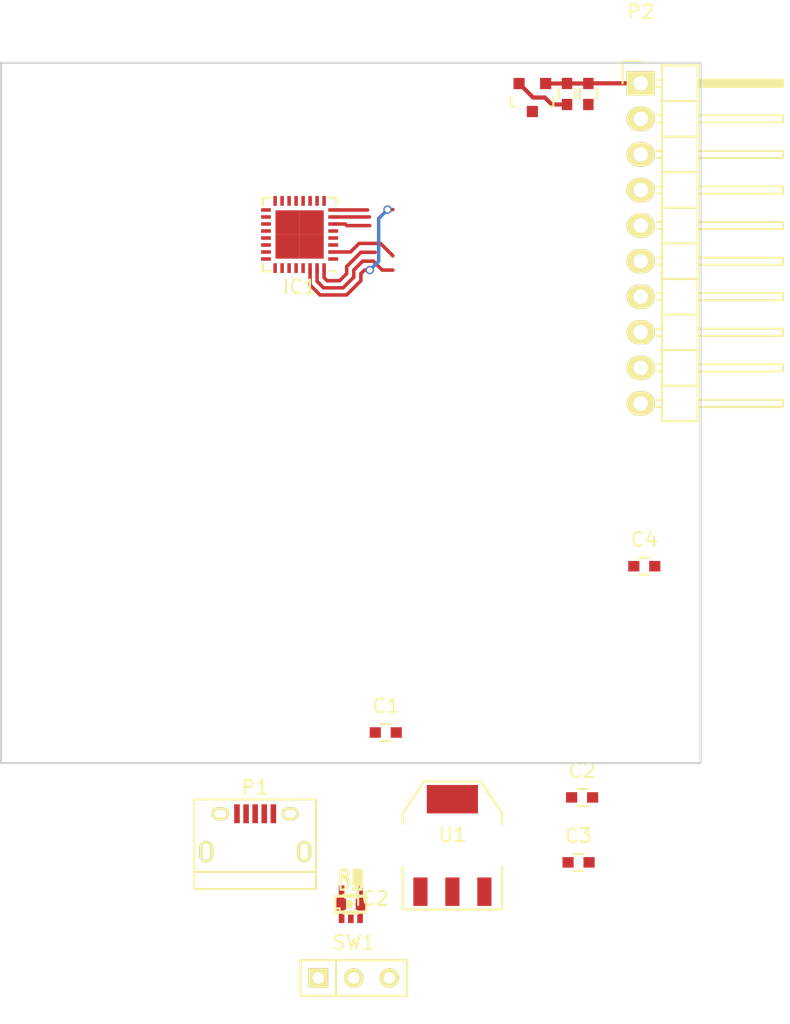
<source format=kicad_pcb>
(kicad_pcb (version 4) (host pcbnew 4.0.2+e4-6225~38~ubuntu14.04.1-stable)

  (general
    (links 63)
    (no_connects 50)
    (area 19.924999 19.924999 70.075001 70.075001)
    (thickness 1.6)
    (drawings 4)
    (tracks 51)
    (zones 0)
    (modules 26)
    (nets 41)
  )

  (page A4)
  (layers
    (0 F.Cu signal)
    (31 B.Cu signal)
    (32 B.Adhes user)
    (33 F.Adhes user)
    (34 B.Paste user)
    (35 F.Paste user)
    (36 B.SilkS user)
    (37 F.SilkS user)
    (38 B.Mask user)
    (39 F.Mask user)
    (40 Dwgs.User user)
    (41 Cmts.User user)
    (42 Eco1.User user)
    (43 Eco2.User user)
    (44 Edge.Cuts user)
    (45 Margin user)
    (46 B.CrtYd user)
    (47 F.CrtYd user)
    (48 B.Fab user)
    (49 F.Fab user)
  )

  (setup
    (last_trace_width 0.25)
    (user_trace_width 0.2)
    (user_trace_width 0.3)
    (user_trace_width 0.4)
    (user_trace_width 0.5)
    (user_trace_width 0.8)
    (user_trace_width 1)
    (trace_clearance 0.2)
    (zone_clearance 0.508)
    (zone_45_only no)
    (trace_min 0.2)
    (segment_width 0.2)
    (edge_width 0.15)
    (via_size 0.6)
    (via_drill 0.4)
    (via_min_size 0.4)
    (via_min_drill 0.3)
    (uvia_size 0.3)
    (uvia_drill 0.1)
    (uvias_allowed no)
    (uvia_min_size 0.2)
    (uvia_min_drill 0.1)
    (pcb_text_width 0.3)
    (pcb_text_size 1.5 1.5)
    (mod_edge_width 0.15)
    (mod_text_size 1 1)
    (mod_text_width 0.15)
    (pad_size 1.524 1.524)
    (pad_drill 0.762)
    (pad_to_mask_clearance 0.2)
    (aux_axis_origin 0 0)
    (visible_elements FFFFFF7F)
    (pcbplotparams
      (layerselection 0x00030_80000001)
      (usegerberextensions false)
      (excludeedgelayer true)
      (linewidth 0.100000)
      (plotframeref false)
      (viasonmask false)
      (mode 1)
      (useauxorigin false)
      (hpglpennumber 1)
      (hpglpenspeed 20)
      (hpglpendiameter 15)
      (hpglpenoverlay 2)
      (psnegative false)
      (psa4output false)
      (plotreference true)
      (plotvalue true)
      (plotinvisibletext false)
      (padsonsilk false)
      (subtractmaskfromsilk false)
      (outputformat 1)
      (mirror false)
      (drillshape 1)
      (scaleselection 1)
      (outputdirectory ""))
  )

  (net 0 "")
  (net 1 "Net-(C1-Pad1)")
  (net 2 GND)
  (net 3 +5V)
  (net 4 /PWROUT)
  (net 5 "Net-(C5-Pad2)")
  (net 6 /VCCIO)
  (net 7 "Net-(D1-Pad1)")
  (net 8 "Net-(D2-Pad1)")
  (net 9 "Net-(D3-Pad1)")
  (net 10 "Net-(D4-Pad2)")
  (net 11 "Net-(D4-Pad1)")
  (net 12 "Net-(D5-Pad2)")
  (net 13 "Net-(IC1-Pad2)")
  (net 14 "Net-(IC1-Pad3)")
  (net 15 "Net-(IC1-Pad5)")
  (net 16 "Net-(IC1-Pad6)")
  (net 17 "Net-(IC1-Pad7)")
  (net 18 "Net-(IC1-Pad8)")
  (net 19 "Net-(IC1-Pad9)")
  (net 20 "Net-(IC1-Pad10)")
  (net 21 /PWREN)
  (net 22 "Net-(IC1-Pad12)")
  (net 23 "Net-(IC1-Pad13)")
  (net 24 "Net-(IC1-Pad14)")
  (net 25 "Net-(IC1-Pad15)")
  (net 26 "Net-(IC1-Pad18)")
  (net 27 /RXLED)
  (net 28 /TXLED)
  (net 29 "Net-(IC1-Pad23)")
  (net 30 "Net-(IC1-Pad25)")
  (net 31 "Net-(IC1-Pad27)")
  (net 32 "Net-(IC1-Pad28)")
  (net 33 "Net-(IC1-Pad29)")
  (net 34 "Net-(IC1-Pad30)")
  (net 35 "Net-(IC1-Pad31)")
  (net 36 "Net-(IC1-Pad32)")
  (net 37 "Net-(IC2-Pad3)")
  (net 38 "Net-(P1-Pad4)")
  (net 39 "Net-(P1-Pad6)")
  (net 40 +3V3)

  (net_class Default "This is the default net class."
    (clearance 0.2)
    (trace_width 0.25)
    (via_dia 0.6)
    (via_drill 0.4)
    (uvia_dia 0.3)
    (uvia_drill 0.1)
    (add_net +3V3)
    (add_net +5V)
    (add_net /PWREN)
    (add_net /PWROUT)
    (add_net /RXLED)
    (add_net /TXLED)
    (add_net /VCCIO)
    (add_net GND)
    (add_net "Net-(C1-Pad1)")
    (add_net "Net-(C5-Pad2)")
    (add_net "Net-(D1-Pad1)")
    (add_net "Net-(D2-Pad1)")
    (add_net "Net-(D3-Pad1)")
    (add_net "Net-(D4-Pad1)")
    (add_net "Net-(D4-Pad2)")
    (add_net "Net-(D5-Pad2)")
    (add_net "Net-(IC1-Pad10)")
    (add_net "Net-(IC1-Pad12)")
    (add_net "Net-(IC1-Pad13)")
    (add_net "Net-(IC1-Pad14)")
    (add_net "Net-(IC1-Pad15)")
    (add_net "Net-(IC1-Pad18)")
    (add_net "Net-(IC1-Pad2)")
    (add_net "Net-(IC1-Pad23)")
    (add_net "Net-(IC1-Pad25)")
    (add_net "Net-(IC1-Pad27)")
    (add_net "Net-(IC1-Pad28)")
    (add_net "Net-(IC1-Pad29)")
    (add_net "Net-(IC1-Pad3)")
    (add_net "Net-(IC1-Pad30)")
    (add_net "Net-(IC1-Pad31)")
    (add_net "Net-(IC1-Pad32)")
    (add_net "Net-(IC1-Pad5)")
    (add_net "Net-(IC1-Pad6)")
    (add_net "Net-(IC1-Pad7)")
    (add_net "Net-(IC1-Pad8)")
    (add_net "Net-(IC1-Pad9)")
    (add_net "Net-(IC2-Pad3)")
    (add_net "Net-(P1-Pad4)")
    (add_net "Net-(P1-Pad6)")
  )

  (module Capacitors_SMD:C_0603 (layer F.Cu) (tedit 5415D631) (tstamp 573F37DB)
    (at 47.498 67.818)
    (descr "Capacitor SMD 0603, reflow soldering, AVX (see smccp.pdf)")
    (tags "capacitor 0603")
    (path /573F13B7)
    (attr smd)
    (fp_text reference C1 (at 0 -1.9) (layer F.SilkS)
      (effects (font (size 1 1) (thickness 0.15)))
    )
    (fp_text value 100n (at 0 1.9) (layer F.Fab)
      (effects (font (size 1 1) (thickness 0.15)))
    )
    (fp_line (start -1.45 -0.75) (end 1.45 -0.75) (layer F.CrtYd) (width 0.05))
    (fp_line (start -1.45 0.75) (end 1.45 0.75) (layer F.CrtYd) (width 0.05))
    (fp_line (start -1.45 -0.75) (end -1.45 0.75) (layer F.CrtYd) (width 0.05))
    (fp_line (start 1.45 -0.75) (end 1.45 0.75) (layer F.CrtYd) (width 0.05))
    (fp_line (start -0.35 -0.6) (end 0.35 -0.6) (layer F.SilkS) (width 0.15))
    (fp_line (start 0.35 0.6) (end -0.35 0.6) (layer F.SilkS) (width 0.15))
    (pad 1 smd rect (at -0.75 0) (size 0.8 0.75) (layers F.Cu F.Paste F.Mask)
      (net 1 "Net-(C1-Pad1)"))
    (pad 2 smd rect (at 0.75 0) (size 0.8 0.75) (layers F.Cu F.Paste F.Mask)
      (net 2 GND))
    (model Capacitors_SMD.3dshapes/C_0603.wrl
      (at (xyz 0 0 0))
      (scale (xyz 1 1 1))
      (rotate (xyz 0 0 0))
    )
  )

  (module Capacitors_SMD:C_0603 (layer F.Cu) (tedit 5415D631) (tstamp 573F37E7)
    (at 61.5315 72.4535)
    (descr "Capacitor SMD 0603, reflow soldering, AVX (see smccp.pdf)")
    (tags "capacitor 0603")
    (path /573F14F8)
    (attr smd)
    (fp_text reference C2 (at 0 -1.9) (layer F.SilkS)
      (effects (font (size 1 1) (thickness 0.15)))
    )
    (fp_text value 10n (at 0 1.9) (layer F.Fab)
      (effects (font (size 1 1) (thickness 0.15)))
    )
    (fp_line (start -1.45 -0.75) (end 1.45 -0.75) (layer F.CrtYd) (width 0.05))
    (fp_line (start -1.45 0.75) (end 1.45 0.75) (layer F.CrtYd) (width 0.05))
    (fp_line (start -1.45 -0.75) (end -1.45 0.75) (layer F.CrtYd) (width 0.05))
    (fp_line (start 1.45 -0.75) (end 1.45 0.75) (layer F.CrtYd) (width 0.05))
    (fp_line (start -0.35 -0.6) (end 0.35 -0.6) (layer F.SilkS) (width 0.15))
    (fp_line (start 0.35 0.6) (end -0.35 0.6) (layer F.SilkS) (width 0.15))
    (pad 1 smd rect (at -0.75 0) (size 0.8 0.75) (layers F.Cu F.Paste F.Mask)
      (net 3 +5V))
    (pad 2 smd rect (at 0.75 0) (size 0.8 0.75) (layers F.Cu F.Paste F.Mask)
      (net 2 GND))
    (model Capacitors_SMD.3dshapes/C_0603.wrl
      (at (xyz 0 0 0))
      (scale (xyz 1 1 1))
      (rotate (xyz 0 0 0))
    )
  )

  (module Capacitors_SMD:C_0603 (layer F.Cu) (tedit 5415D631) (tstamp 573F37F3)
    (at 61.2775 77.089)
    (descr "Capacitor SMD 0603, reflow soldering, AVX (see smccp.pdf)")
    (tags "capacitor 0603")
    (path /573F2329)
    (attr smd)
    (fp_text reference C3 (at 0 -1.9) (layer F.SilkS)
      (effects (font (size 1 1) (thickness 0.15)))
    )
    (fp_text value 4.7u (at 0 1.9) (layer F.Fab)
      (effects (font (size 1 1) (thickness 0.15)))
    )
    (fp_line (start -1.45 -0.75) (end 1.45 -0.75) (layer F.CrtYd) (width 0.05))
    (fp_line (start -1.45 0.75) (end 1.45 0.75) (layer F.CrtYd) (width 0.05))
    (fp_line (start -1.45 -0.75) (end -1.45 0.75) (layer F.CrtYd) (width 0.05))
    (fp_line (start 1.45 -0.75) (end 1.45 0.75) (layer F.CrtYd) (width 0.05))
    (fp_line (start -0.35 -0.6) (end 0.35 -0.6) (layer F.SilkS) (width 0.15))
    (fp_line (start 0.35 0.6) (end -0.35 0.6) (layer F.SilkS) (width 0.15))
    (pad 1 smd rect (at -0.75 0) (size 0.8 0.75) (layers F.Cu F.Paste F.Mask)
      (net 3 +5V))
    (pad 2 smd rect (at 0.75 0) (size 0.8 0.75) (layers F.Cu F.Paste F.Mask)
      (net 2 GND))
    (model Capacitors_SMD.3dshapes/C_0603.wrl
      (at (xyz 0 0 0))
      (scale (xyz 1 1 1))
      (rotate (xyz 0 0 0))
    )
  )

  (module Capacitors_SMD:C_0603 (layer F.Cu) (tedit 5415D631) (tstamp 573F37FF)
    (at 65.9765 55.9435)
    (descr "Capacitor SMD 0603, reflow soldering, AVX (see smccp.pdf)")
    (tags "capacitor 0603")
    (path /573F233D)
    (attr smd)
    (fp_text reference C4 (at 0 -1.9) (layer F.SilkS)
      (effects (font (size 1 1) (thickness 0.15)))
    )
    (fp_text value 100n (at 0 1.9) (layer F.Fab)
      (effects (font (size 1 1) (thickness 0.15)))
    )
    (fp_line (start -1.45 -0.75) (end 1.45 -0.75) (layer F.CrtYd) (width 0.05))
    (fp_line (start -1.45 0.75) (end 1.45 0.75) (layer F.CrtYd) (width 0.05))
    (fp_line (start -1.45 -0.75) (end -1.45 0.75) (layer F.CrtYd) (width 0.05))
    (fp_line (start 1.45 -0.75) (end 1.45 0.75) (layer F.CrtYd) (width 0.05))
    (fp_line (start -0.35 -0.6) (end 0.35 -0.6) (layer F.SilkS) (width 0.15))
    (fp_line (start 0.35 0.6) (end -0.35 0.6) (layer F.SilkS) (width 0.15))
    (pad 1 smd rect (at -0.75 0) (size 0.8 0.75) (layers F.Cu F.Paste F.Mask)
      (net 3 +5V))
    (pad 2 smd rect (at 0.75 0) (size 0.8 0.75) (layers F.Cu F.Paste F.Mask)
      (net 2 GND))
    (model Capacitors_SMD.3dshapes/C_0603.wrl
      (at (xyz 0 0 0))
      (scale (xyz 1 1 1))
      (rotate (xyz 0 0 0))
    )
  )

  (module Capacitors_SMD:C_0603 (layer F.Cu) (tedit 573F3888) (tstamp 573F380B)
    (at 60.452 22.225 270)
    (descr "Capacitor SMD 0603, reflow soldering, AVX (see smccp.pdf)")
    (tags "capacitor 0603")
    (path /573F212F)
    (attr smd)
    (fp_text reference C5 (at 2.413 -0.127 270) (layer F.SilkS) hide
      (effects (font (size 1 1) (thickness 0.15)))
    )
    (fp_text value 100n (at 3.302 0.0635 270) (layer F.Fab)
      (effects (font (size 1 1) (thickness 0.15)))
    )
    (fp_line (start -1.45 -0.75) (end 1.45 -0.75) (layer F.CrtYd) (width 0.05))
    (fp_line (start -1.45 0.75) (end 1.45 0.75) (layer F.CrtYd) (width 0.05))
    (fp_line (start -1.45 -0.75) (end -1.45 0.75) (layer F.CrtYd) (width 0.05))
    (fp_line (start 1.45 -0.75) (end 1.45 0.75) (layer F.CrtYd) (width 0.05))
    (fp_line (start -0.35 -0.6) (end 0.35 -0.6) (layer F.SilkS) (width 0.15))
    (fp_line (start 0.35 0.6) (end -0.35 0.6) (layer F.SilkS) (width 0.15))
    (pad 1 smd rect (at -0.75 0 270) (size 0.8 0.75) (layers F.Cu F.Paste F.Mask)
      (net 4 /PWROUT))
    (pad 2 smd rect (at 0.75 0 270) (size 0.8 0.75) (layers F.Cu F.Paste F.Mask)
      (net 5 "Net-(C5-Pad2)"))
    (model Capacitors_SMD.3dshapes/C_0603.wrl
      (at (xyz 0 0 0))
      (scale (xyz 1 1 1))
      (rotate (xyz 0 0 0))
    )
  )

  (module Capacitors_SMD:C_0603 (layer F.Cu) (tedit 573F3882) (tstamp 573F3817)
    (at 61.976 22.225 270)
    (descr "Capacitor SMD 0603, reflow soldering, AVX (see smccp.pdf)")
    (tags "capacitor 0603")
    (path /573F2143)
    (attr smd)
    (fp_text reference C6 (at 0 -1.9 270) (layer F.SilkS) hide
      (effects (font (size 1 1) (thickness 0.15)))
    )
    (fp_text value 100n (at 3.302 0 270) (layer F.Fab)
      (effects (font (size 1 1) (thickness 0.15)))
    )
    (fp_line (start -1.45 -0.75) (end 1.45 -0.75) (layer F.CrtYd) (width 0.05))
    (fp_line (start -1.45 0.75) (end 1.45 0.75) (layer F.CrtYd) (width 0.05))
    (fp_line (start -1.45 -0.75) (end -1.45 0.75) (layer F.CrtYd) (width 0.05))
    (fp_line (start 1.45 -0.75) (end 1.45 0.75) (layer F.CrtYd) (width 0.05))
    (fp_line (start -0.35 -0.6) (end 0.35 -0.6) (layer F.SilkS) (width 0.15))
    (fp_line (start 0.35 0.6) (end -0.35 0.6) (layer F.SilkS) (width 0.15))
    (pad 1 smd rect (at -0.75 0 270) (size 0.8 0.75) (layers F.Cu F.Paste F.Mask)
      (net 4 /PWROUT))
    (pad 2 smd rect (at 0.75 0 270) (size 0.8 0.75) (layers F.Cu F.Paste F.Mask)
      (net 2 GND))
    (model Capacitors_SMD.3dshapes/C_0603.wrl
      (at (xyz 0 0 0))
      (scale (xyz 1 1 1))
      (rotate (xyz 0 0 0))
    )
  )

  (module LEDs:LED_0603 (layer F.Cu) (tedit 55BDE255) (tstamp 573F3828)
    (at 45 80.075001)
    (descr "LED 0603 smd package")
    (tags "LED led 0603 SMD smd SMT smt smdled SMDLED smtled SMTLED")
    (path /573F1ABF)
    (attr smd)
    (fp_text reference D1 (at 0 -1.5) (layer F.SilkS)
      (effects (font (size 1 1) (thickness 0.15)))
    )
    (fp_text value TX (at 0 1.5) (layer F.Fab)
      (effects (font (size 1 1) (thickness 0.15)))
    )
    (fp_line (start -1.1 0.55) (end 0.8 0.55) (layer F.SilkS) (width 0.15))
    (fp_line (start -1.1 -0.55) (end 0.8 -0.55) (layer F.SilkS) (width 0.15))
    (fp_line (start -0.2 0) (end 0.25 0) (layer F.SilkS) (width 0.15))
    (fp_line (start -0.25 -0.25) (end -0.25 0.25) (layer F.SilkS) (width 0.15))
    (fp_line (start -0.25 0) (end 0 -0.25) (layer F.SilkS) (width 0.15))
    (fp_line (start 0 -0.25) (end 0 0.25) (layer F.SilkS) (width 0.15))
    (fp_line (start 0 0.25) (end -0.25 0) (layer F.SilkS) (width 0.15))
    (fp_line (start 1.4 -0.75) (end 1.4 0.75) (layer F.CrtYd) (width 0.05))
    (fp_line (start 1.4 0.75) (end -1.4 0.75) (layer F.CrtYd) (width 0.05))
    (fp_line (start -1.4 0.75) (end -1.4 -0.75) (layer F.CrtYd) (width 0.05))
    (fp_line (start -1.4 -0.75) (end 1.4 -0.75) (layer F.CrtYd) (width 0.05))
    (pad 2 smd rect (at 0.7493 0 180) (size 0.79756 0.79756) (layers F.Cu F.Paste F.Mask)
      (net 6 /VCCIO))
    (pad 1 smd rect (at -0.7493 0 180) (size 0.79756 0.79756) (layers F.Cu F.Paste F.Mask)
      (net 7 "Net-(D1-Pad1)"))
    (model LEDs.3dshapes/LED_0603.wrl
      (at (xyz 0 0 0))
      (scale (xyz 1 1 1))
      (rotate (xyz 0 0 180))
    )
  )

  (module LEDs:LED_0603 (layer F.Cu) (tedit 55BDE255) (tstamp 573F3839)
    (at 45 80.075001)
    (descr "LED 0603 smd package")
    (tags "LED led 0603 SMD smd SMT smt smdled SMDLED smtled SMTLED")
    (path /573F1CDC)
    (attr smd)
    (fp_text reference D2 (at 0 -1.5) (layer F.SilkS)
      (effects (font (size 1 1) (thickness 0.15)))
    )
    (fp_text value RX (at 0 1.5) (layer F.Fab)
      (effects (font (size 1 1) (thickness 0.15)))
    )
    (fp_line (start -1.1 0.55) (end 0.8 0.55) (layer F.SilkS) (width 0.15))
    (fp_line (start -1.1 -0.55) (end 0.8 -0.55) (layer F.SilkS) (width 0.15))
    (fp_line (start -0.2 0) (end 0.25 0) (layer F.SilkS) (width 0.15))
    (fp_line (start -0.25 -0.25) (end -0.25 0.25) (layer F.SilkS) (width 0.15))
    (fp_line (start -0.25 0) (end 0 -0.25) (layer F.SilkS) (width 0.15))
    (fp_line (start 0 -0.25) (end 0 0.25) (layer F.SilkS) (width 0.15))
    (fp_line (start 0 0.25) (end -0.25 0) (layer F.SilkS) (width 0.15))
    (fp_line (start 1.4 -0.75) (end 1.4 0.75) (layer F.CrtYd) (width 0.05))
    (fp_line (start 1.4 0.75) (end -1.4 0.75) (layer F.CrtYd) (width 0.05))
    (fp_line (start -1.4 0.75) (end -1.4 -0.75) (layer F.CrtYd) (width 0.05))
    (fp_line (start -1.4 -0.75) (end 1.4 -0.75) (layer F.CrtYd) (width 0.05))
    (pad 2 smd rect (at 0.7493 0 180) (size 0.79756 0.79756) (layers F.Cu F.Paste F.Mask)
      (net 6 /VCCIO))
    (pad 1 smd rect (at -0.7493 0 180) (size 0.79756 0.79756) (layers F.Cu F.Paste F.Mask)
      (net 8 "Net-(D2-Pad1)"))
    (model LEDs.3dshapes/LED_0603.wrl
      (at (xyz 0 0 0))
      (scale (xyz 1 1 1))
      (rotate (xyz 0 0 180))
    )
  )

  (module LEDs:LED_0603 (layer F.Cu) (tedit 55BDE255) (tstamp 573F384A)
    (at 45 80.075001)
    (descr "LED 0603 smd package")
    (tags "LED led 0603 SMD smd SMT smt smdled SMDLED smtled SMTLED")
    (path /573F1C8C)
    (attr smd)
    (fp_text reference D3 (at 0 -1.5) (layer F.SilkS)
      (effects (font (size 1 1) (thickness 0.15)))
    )
    (fp_text value PWR (at 0 1.5) (layer F.Fab)
      (effects (font (size 1 1) (thickness 0.15)))
    )
    (fp_line (start -1.1 0.55) (end 0.8 0.55) (layer F.SilkS) (width 0.15))
    (fp_line (start -1.1 -0.55) (end 0.8 -0.55) (layer F.SilkS) (width 0.15))
    (fp_line (start -0.2 0) (end 0.25 0) (layer F.SilkS) (width 0.15))
    (fp_line (start -0.25 -0.25) (end -0.25 0.25) (layer F.SilkS) (width 0.15))
    (fp_line (start -0.25 0) (end 0 -0.25) (layer F.SilkS) (width 0.15))
    (fp_line (start 0 -0.25) (end 0 0.25) (layer F.SilkS) (width 0.15))
    (fp_line (start 0 0.25) (end -0.25 0) (layer F.SilkS) (width 0.15))
    (fp_line (start 1.4 -0.75) (end 1.4 0.75) (layer F.CrtYd) (width 0.05))
    (fp_line (start 1.4 0.75) (end -1.4 0.75) (layer F.CrtYd) (width 0.05))
    (fp_line (start -1.4 0.75) (end -1.4 -0.75) (layer F.CrtYd) (width 0.05))
    (fp_line (start -1.4 -0.75) (end 1.4 -0.75) (layer F.CrtYd) (width 0.05))
    (pad 2 smd rect (at 0.7493 0 180) (size 0.79756 0.79756) (layers F.Cu F.Paste F.Mask)
      (net 3 +5V))
    (pad 1 smd rect (at -0.7493 0 180) (size 0.79756 0.79756) (layers F.Cu F.Paste F.Mask)
      (net 9 "Net-(D3-Pad1)"))
    (model LEDs.3dshapes/LED_0603.wrl
      (at (xyz 0 0 0))
      (scale (xyz 1 1 1))
      (rotate (xyz 0 0 180))
    )
  )

  (module LEDs:LED_0603 (layer F.Cu) (tedit 55BDE255) (tstamp 573F385B)
    (at 45 80.075001)
    (descr "LED 0603 smd package")
    (tags "LED led 0603 SMD smd SMT smt smdled SMDLED smtled SMTLED")
    (path /573F2F94)
    (attr smd)
    (fp_text reference D4 (at 0 -1.5) (layer F.SilkS)
      (effects (font (size 1 1) (thickness 0.15)))
    )
    (fp_text value 3v3 (at 0 1.5) (layer F.Fab)
      (effects (font (size 1 1) (thickness 0.15)))
    )
    (fp_line (start -1.1 0.55) (end 0.8 0.55) (layer F.SilkS) (width 0.15))
    (fp_line (start -1.1 -0.55) (end 0.8 -0.55) (layer F.SilkS) (width 0.15))
    (fp_line (start -0.2 0) (end 0.25 0) (layer F.SilkS) (width 0.15))
    (fp_line (start -0.25 -0.25) (end -0.25 0.25) (layer F.SilkS) (width 0.15))
    (fp_line (start -0.25 0) (end 0 -0.25) (layer F.SilkS) (width 0.15))
    (fp_line (start 0 -0.25) (end 0 0.25) (layer F.SilkS) (width 0.15))
    (fp_line (start 0 0.25) (end -0.25 0) (layer F.SilkS) (width 0.15))
    (fp_line (start 1.4 -0.75) (end 1.4 0.75) (layer F.CrtYd) (width 0.05))
    (fp_line (start 1.4 0.75) (end -1.4 0.75) (layer F.CrtYd) (width 0.05))
    (fp_line (start -1.4 0.75) (end -1.4 -0.75) (layer F.CrtYd) (width 0.05))
    (fp_line (start -1.4 -0.75) (end 1.4 -0.75) (layer F.CrtYd) (width 0.05))
    (pad 2 smd rect (at 0.7493 0 180) (size 0.79756 0.79756) (layers F.Cu F.Paste F.Mask)
      (net 10 "Net-(D4-Pad2)"))
    (pad 1 smd rect (at -0.7493 0 180) (size 0.79756 0.79756) (layers F.Cu F.Paste F.Mask)
      (net 11 "Net-(D4-Pad1)"))
    (model LEDs.3dshapes/LED_0603.wrl
      (at (xyz 0 0 0))
      (scale (xyz 1 1 1))
      (rotate (xyz 0 0 180))
    )
  )

  (module LEDs:LED_0603 (layer F.Cu) (tedit 55BDE255) (tstamp 573F386C)
    (at 45 80.075001)
    (descr "LED 0603 smd package")
    (tags "LED led 0603 SMD smd SMT smt smdled SMDLED smtled SMTLED")
    (path /573F2FEE)
    (attr smd)
    (fp_text reference D5 (at 0 -1.5) (layer F.SilkS)
      (effects (font (size 1 1) (thickness 0.15)))
    )
    (fp_text value 5v (at 0 1.5) (layer F.Fab)
      (effects (font (size 1 1) (thickness 0.15)))
    )
    (fp_line (start -1.1 0.55) (end 0.8 0.55) (layer F.SilkS) (width 0.15))
    (fp_line (start -1.1 -0.55) (end 0.8 -0.55) (layer F.SilkS) (width 0.15))
    (fp_line (start -0.2 0) (end 0.25 0) (layer F.SilkS) (width 0.15))
    (fp_line (start -0.25 -0.25) (end -0.25 0.25) (layer F.SilkS) (width 0.15))
    (fp_line (start -0.25 0) (end 0 -0.25) (layer F.SilkS) (width 0.15))
    (fp_line (start 0 -0.25) (end 0 0.25) (layer F.SilkS) (width 0.15))
    (fp_line (start 0 0.25) (end -0.25 0) (layer F.SilkS) (width 0.15))
    (fp_line (start 1.4 -0.75) (end 1.4 0.75) (layer F.CrtYd) (width 0.05))
    (fp_line (start 1.4 0.75) (end -1.4 0.75) (layer F.CrtYd) (width 0.05))
    (fp_line (start -1.4 0.75) (end -1.4 -0.75) (layer F.CrtYd) (width 0.05))
    (fp_line (start -1.4 -0.75) (end 1.4 -0.75) (layer F.CrtYd) (width 0.05))
    (pad 2 smd rect (at 0.7493 0 180) (size 0.79756 0.79756) (layers F.Cu F.Paste F.Mask)
      (net 12 "Net-(D5-Pad2)"))
    (pad 1 smd rect (at -0.7493 0 180) (size 0.79756 0.79756) (layers F.Cu F.Paste F.Mask)
      (net 2 GND))
    (model LEDs.3dshapes/LED_0603.wrl
      (at (xyz 0 0 0))
      (scale (xyz 1 1 1))
      (rotate (xyz 0 0 180))
    )
  )

  (module Housings_DFN_QFN:QFN-32-1EP_5x5mm_Pitch0.5mm (layer F.Cu) (tedit 54130A77) (tstamp 573F389F)
    (at 41.3385 32.258 180)
    (descr "UH Package; 32-Lead Plastic QFN (5mm x 5mm); (see Linear Technology QFN_32_05-08-1693.pdf)")
    (tags "QFN 0.5")
    (path /573F0905)
    (attr smd)
    (fp_text reference IC1 (at 0 -3.75 180) (layer F.SilkS)
      (effects (font (size 1 1) (thickness 0.15)))
    )
    (fp_text value FT232RQ (at 0 3.75 180) (layer F.Fab)
      (effects (font (size 1 1) (thickness 0.15)))
    )
    (fp_line (start -3 -3) (end -3 3) (layer F.CrtYd) (width 0.05))
    (fp_line (start 3 -3) (end 3 3) (layer F.CrtYd) (width 0.05))
    (fp_line (start -3 -3) (end 3 -3) (layer F.CrtYd) (width 0.05))
    (fp_line (start -3 3) (end 3 3) (layer F.CrtYd) (width 0.05))
    (fp_line (start 2.625 -2.625) (end 2.625 -2.1) (layer F.SilkS) (width 0.15))
    (fp_line (start -2.625 2.625) (end -2.625 2.1) (layer F.SilkS) (width 0.15))
    (fp_line (start 2.625 2.625) (end 2.625 2.1) (layer F.SilkS) (width 0.15))
    (fp_line (start -2.625 -2.625) (end -2.1 -2.625) (layer F.SilkS) (width 0.15))
    (fp_line (start -2.625 2.625) (end -2.1 2.625) (layer F.SilkS) (width 0.15))
    (fp_line (start 2.625 2.625) (end 2.1 2.625) (layer F.SilkS) (width 0.15))
    (fp_line (start 2.625 -2.625) (end 2.1 -2.625) (layer F.SilkS) (width 0.15))
    (pad 1 smd rect (at -2.4 -1.75 180) (size 0.7 0.25) (layers F.Cu F.Paste F.Mask)
      (net 6 /VCCIO))
    (pad 2 smd rect (at -2.4 -1.25 180) (size 0.7 0.25) (layers F.Cu F.Paste F.Mask)
      (net 13 "Net-(IC1-Pad2)"))
    (pad 3 smd rect (at -2.4 -0.75 180) (size 0.7 0.25) (layers F.Cu F.Paste F.Mask)
      (net 14 "Net-(IC1-Pad3)"))
    (pad 4 smd rect (at -2.4 -0.25 180) (size 0.7 0.25) (layers F.Cu F.Paste F.Mask)
      (net 2 GND))
    (pad 5 smd rect (at -2.4 0.25 180) (size 0.7 0.25) (layers F.Cu F.Paste F.Mask)
      (net 15 "Net-(IC1-Pad5)"))
    (pad 6 smd rect (at -2.4 0.75 180) (size 0.7 0.25) (layers F.Cu F.Paste F.Mask)
      (net 16 "Net-(IC1-Pad6)"))
    (pad 7 smd rect (at -2.4 1.25 180) (size 0.7 0.25) (layers F.Cu F.Paste F.Mask)
      (net 17 "Net-(IC1-Pad7)"))
    (pad 8 smd rect (at -2.4 1.75 180) (size 0.7 0.25) (layers F.Cu F.Paste F.Mask)
      (net 18 "Net-(IC1-Pad8)"))
    (pad 9 smd rect (at -1.75 2.4 270) (size 0.7 0.25) (layers F.Cu F.Paste F.Mask)
      (net 19 "Net-(IC1-Pad9)"))
    (pad 10 smd rect (at -1.25 2.4 270) (size 0.7 0.25) (layers F.Cu F.Paste F.Mask)
      (net 20 "Net-(IC1-Pad10)"))
    (pad 11 smd rect (at -0.75 2.4 270) (size 0.7 0.25) (layers F.Cu F.Paste F.Mask)
      (net 21 /PWREN))
    (pad 12 smd rect (at -0.25 2.4 270) (size 0.7 0.25) (layers F.Cu F.Paste F.Mask)
      (net 22 "Net-(IC1-Pad12)"))
    (pad 13 smd rect (at 0.25 2.4 270) (size 0.7 0.25) (layers F.Cu F.Paste F.Mask)
      (net 23 "Net-(IC1-Pad13)"))
    (pad 14 smd rect (at 0.75 2.4 270) (size 0.7 0.25) (layers F.Cu F.Paste F.Mask)
      (net 24 "Net-(IC1-Pad14)"))
    (pad 15 smd rect (at 1.25 2.4 270) (size 0.7 0.25) (layers F.Cu F.Paste F.Mask)
      (net 25 "Net-(IC1-Pad15)"))
    (pad 16 smd rect (at 1.75 2.4 270) (size 0.7 0.25) (layers F.Cu F.Paste F.Mask)
      (net 1 "Net-(C1-Pad1)"))
    (pad 17 smd rect (at 2.4 1.75 180) (size 0.7 0.25) (layers F.Cu F.Paste F.Mask)
      (net 2 GND))
    (pad 18 smd rect (at 2.4 1.25 180) (size 0.7 0.25) (layers F.Cu F.Paste F.Mask)
      (net 26 "Net-(IC1-Pad18)"))
    (pad 19 smd rect (at 2.4 0.75 180) (size 0.7 0.25) (layers F.Cu F.Paste F.Mask)
      (net 3 +5V))
    (pad 20 smd rect (at 2.4 0.25 180) (size 0.7 0.25) (layers F.Cu F.Paste F.Mask)
      (net 2 GND))
    (pad 21 smd rect (at 2.4 -0.25 180) (size 0.7 0.25) (layers F.Cu F.Paste F.Mask)
      (net 27 /RXLED))
    (pad 22 smd rect (at 2.4 -0.75 180) (size 0.7 0.25) (layers F.Cu F.Paste F.Mask)
      (net 28 /TXLED))
    (pad 23 smd rect (at 2.4 -1.25 180) (size 0.7 0.25) (layers F.Cu F.Paste F.Mask)
      (net 29 "Net-(IC1-Pad23)"))
    (pad 24 smd rect (at 2.4 -1.75 180) (size 0.7 0.25) (layers F.Cu F.Paste F.Mask)
      (net 2 GND))
    (pad 25 smd rect (at 1.75 -2.4 270) (size 0.7 0.25) (layers F.Cu F.Paste F.Mask)
      (net 30 "Net-(IC1-Pad25)"))
    (pad 26 smd rect (at 1.25 -2.4 270) (size 0.7 0.25) (layers F.Cu F.Paste F.Mask)
      (net 2 GND))
    (pad 27 smd rect (at 0.75 -2.4 270) (size 0.7 0.25) (layers F.Cu F.Paste F.Mask)
      (net 31 "Net-(IC1-Pad27)"))
    (pad 28 smd rect (at 0.25 -2.4 270) (size 0.7 0.25) (layers F.Cu F.Paste F.Mask)
      (net 32 "Net-(IC1-Pad28)"))
    (pad 29 smd rect (at -0.25 -2.4 270) (size 0.7 0.25) (layers F.Cu F.Paste F.Mask)
      (net 33 "Net-(IC1-Pad29)"))
    (pad 30 smd rect (at -0.75 -2.4 270) (size 0.7 0.25) (layers F.Cu F.Paste F.Mask)
      (net 34 "Net-(IC1-Pad30)"))
    (pad 31 smd rect (at -1.25 -2.4 270) (size 0.7 0.25) (layers F.Cu F.Paste F.Mask)
      (net 35 "Net-(IC1-Pad31)"))
    (pad 32 smd rect (at -1.75 -2.4 270) (size 0.7 0.25) (layers F.Cu F.Paste F.Mask)
      (net 36 "Net-(IC1-Pad32)"))
    (pad 33 smd rect (at 0.8625 0.8625 180) (size 1.725 1.725) (layers F.Cu F.Paste F.Mask)
      (solder_paste_margin_ratio -0.2))
    (pad 33 smd rect (at 0.8625 -0.8625 180) (size 1.725 1.725) (layers F.Cu F.Paste F.Mask)
      (solder_paste_margin_ratio -0.2))
    (pad 33 smd rect (at -0.8625 0.8625 180) (size 1.725 1.725) (layers F.Cu F.Paste F.Mask)
      (solder_paste_margin_ratio -0.2))
    (pad 33 smd rect (at -0.8625 -0.8625 180) (size 1.725 1.725) (layers F.Cu F.Paste F.Mask)
      (solder_paste_margin_ratio -0.2))
    (model Housings_DFN_QFN.3dshapes/QFN-32-1EP_5x5mm_Pitch0.5mm.wrl
      (at (xyz 0 0 0))
      (scale (xyz 1 1 1))
      (rotate (xyz 0 0 0))
    )
  )

  (module TO_SOT_Packages_SMD:SC-70-5 (layer F.Cu) (tedit 0) (tstamp 573F38AE)
    (at 45 80.075001)
    (descr "SC70-5 SOT323-5")
    (path /573F2BE5)
    (attr smd)
    (fp_text reference IC2 (at 1.5 -0.4) (layer F.SilkS)
      (effects (font (size 1 1) (thickness 0.15)))
    )
    (fp_text value ADCMP371 (at 2.2 0.3) (layer F.Fab)
      (effects (font (size 1 1) (thickness 0.15)))
    )
    (fp_line (start -1.1 0.3) (end -0.8 0.3) (layer F.SilkS) (width 0.15))
    (fp_line (start -0.8 0.3) (end -0.8 0.6) (layer F.SilkS) (width 0.15))
    (fp_line (start 1.1 -0.6) (end -1.1 -0.6) (layer F.SilkS) (width 0.15))
    (fp_line (start -1.1 -0.6) (end -1.1 0.6) (layer F.SilkS) (width 0.15))
    (fp_line (start -1.1 0.6) (end 1.1 0.6) (layer F.SilkS) (width 0.15))
    (fp_line (start 1.1 0.6) (end 1.1 -0.6) (layer F.SilkS) (width 0.15))
    (pad 1 smd rect (at -0.6604 1.016) (size 0.4064 0.6604) (layers F.Cu F.Paste F.Mask)
      (net 6 /VCCIO))
    (pad 3 smd rect (at 0.6604 1.016) (size 0.4064 0.6604) (layers F.Cu F.Paste F.Mask)
      (net 37 "Net-(IC2-Pad3)"))
    (pad 2 smd rect (at 0 1.016) (size 0.4064 0.6604) (layers F.Cu F.Paste F.Mask)
      (net 2 GND))
    (pad 4 smd rect (at 0.6604 -1.016) (size 0.4064 0.6604) (layers F.Cu F.Paste F.Mask)
      (net 11 "Net-(D4-Pad1)"))
    (pad 5 smd rect (at -0.6604 -1.016) (size 0.4064 0.6604) (layers F.Cu F.Paste F.Mask)
      (net 3 +5V))
    (model TO_SOT_Packages_SMD.3dshapes/SC-70-5.wrl
      (at (xyz 0 0 0))
      (scale (xyz 1 1 1))
      (rotate (xyz 0 0 0))
    )
  )

  (module Connect:USB_Micro-B (layer F.Cu) (tedit 5543E447) (tstamp 573F38C4)
    (at 38.1635 75.184)
    (descr "Micro USB Type B Receptacle")
    (tags "USB USB_B USB_micro USB_OTG")
    (path /573F0976)
    (attr smd)
    (fp_text reference P1 (at 0 -3.45) (layer F.SilkS)
      (effects (font (size 1 1) (thickness 0.15)))
    )
    (fp_text value USB_OTG (at 0 4.8) (layer F.Fab)
      (effects (font (size 1 1) (thickness 0.15)))
    )
    (fp_line (start -4.6 -2.8) (end 4.6 -2.8) (layer F.CrtYd) (width 0.05))
    (fp_line (start 4.6 -2.8) (end 4.6 4.05) (layer F.CrtYd) (width 0.05))
    (fp_line (start 4.6 4.05) (end -4.6 4.05) (layer F.CrtYd) (width 0.05))
    (fp_line (start -4.6 4.05) (end -4.6 -2.8) (layer F.CrtYd) (width 0.05))
    (fp_line (start -4.3509 3.81746) (end 4.3491 3.81746) (layer F.SilkS) (width 0.15))
    (fp_line (start -4.3509 -2.58754) (end 4.3491 -2.58754) (layer F.SilkS) (width 0.15))
    (fp_line (start 4.3491 -2.58754) (end 4.3491 3.81746) (layer F.SilkS) (width 0.15))
    (fp_line (start 4.3491 2.58746) (end -4.3509 2.58746) (layer F.SilkS) (width 0.15))
    (fp_line (start -4.3509 3.81746) (end -4.3509 -2.58754) (layer F.SilkS) (width 0.15))
    (pad 1 smd rect (at -1.3009 -1.56254 90) (size 1.35 0.4) (layers F.Cu F.Paste F.Mask)
      (net 3 +5V))
    (pad 2 smd rect (at -0.6509 -1.56254 90) (size 1.35 0.4) (layers F.Cu F.Paste F.Mask)
      (net 25 "Net-(IC1-Pad15)"))
    (pad 3 smd rect (at -0.0009 -1.56254 90) (size 1.35 0.4) (layers F.Cu F.Paste F.Mask)
      (net 24 "Net-(IC1-Pad14)"))
    (pad 4 smd rect (at 0.6491 -1.56254 90) (size 1.35 0.4) (layers F.Cu F.Paste F.Mask)
      (net 38 "Net-(P1-Pad4)"))
    (pad 5 smd rect (at 1.2991 -1.56254 90) (size 1.35 0.4) (layers F.Cu F.Paste F.Mask)
      (net 2 GND))
    (pad 6 thru_hole oval (at -2.5009 -1.56254 90) (size 0.95 1.25) (drill oval 0.55 0.85) (layers *.Cu *.Mask F.SilkS)
      (net 39 "Net-(P1-Pad6)"))
    (pad 6 thru_hole oval (at 2.4991 -1.56254 90) (size 0.95 1.25) (drill oval 0.55 0.85) (layers *.Cu *.Mask F.SilkS)
      (net 39 "Net-(P1-Pad6)"))
    (pad 6 thru_hole oval (at -3.5009 1.13746 90) (size 1.55 1) (drill oval 1.15 0.5) (layers *.Cu *.Mask F.SilkS)
      (net 39 "Net-(P1-Pad6)"))
    (pad 6 thru_hole oval (at 3.4991 1.13746 90) (size 1.55 1) (drill oval 1.15 0.5) (layers *.Cu *.Mask F.SilkS)
      (net 39 "Net-(P1-Pad6)"))
  )

  (module Pin_Headers:Pin_Header_Angled_1x10 (layer F.Cu) (tedit 0) (tstamp 573F3937)
    (at 65.7225 21.463)
    (descr "Through hole pin header")
    (tags "pin header")
    (path /573F0BFB)
    (fp_text reference P2 (at 0 -5.1) (layer F.SilkS)
      (effects (font (size 1 1) (thickness 0.15)))
    )
    (fp_text value CONN_01X10 (at 0 -3.1) (layer F.Fab)
      (effects (font (size 1 1) (thickness 0.15)))
    )
    (fp_line (start -1.5 -1.75) (end -1.5 24.65) (layer F.CrtYd) (width 0.05))
    (fp_line (start 10.65 -1.75) (end 10.65 24.65) (layer F.CrtYd) (width 0.05))
    (fp_line (start -1.5 -1.75) (end 10.65 -1.75) (layer F.CrtYd) (width 0.05))
    (fp_line (start -1.5 24.65) (end 10.65 24.65) (layer F.CrtYd) (width 0.05))
    (fp_line (start -1.3 -1.55) (end -1.3 0) (layer F.SilkS) (width 0.15))
    (fp_line (start 0 -1.55) (end -1.3 -1.55) (layer F.SilkS) (width 0.15))
    (fp_line (start 4.191 -0.127) (end 10.033 -0.127) (layer F.SilkS) (width 0.15))
    (fp_line (start 10.033 -0.127) (end 10.033 0.127) (layer F.SilkS) (width 0.15))
    (fp_line (start 10.033 0.127) (end 4.191 0.127) (layer F.SilkS) (width 0.15))
    (fp_line (start 4.191 0.127) (end 4.191 0) (layer F.SilkS) (width 0.15))
    (fp_line (start 4.191 0) (end 10.033 0) (layer F.SilkS) (width 0.15))
    (fp_line (start 1.524 17.526) (end 1.143 17.526) (layer F.SilkS) (width 0.15))
    (fp_line (start 1.524 18.034) (end 1.143 18.034) (layer F.SilkS) (width 0.15))
    (fp_line (start 1.524 20.066) (end 1.143 20.066) (layer F.SilkS) (width 0.15))
    (fp_line (start 1.524 20.574) (end 1.143 20.574) (layer F.SilkS) (width 0.15))
    (fp_line (start 1.524 22.606) (end 1.143 22.606) (layer F.SilkS) (width 0.15))
    (fp_line (start 1.524 23.114) (end 1.143 23.114) (layer F.SilkS) (width 0.15))
    (fp_line (start 1.524 -0.254) (end 1.143 -0.254) (layer F.SilkS) (width 0.15))
    (fp_line (start 1.524 0.254) (end 1.143 0.254) (layer F.SilkS) (width 0.15))
    (fp_line (start 1.524 2.286) (end 1.143 2.286) (layer F.SilkS) (width 0.15))
    (fp_line (start 1.524 2.794) (end 1.143 2.794) (layer F.SilkS) (width 0.15))
    (fp_line (start 1.524 4.826) (end 1.143 4.826) (layer F.SilkS) (width 0.15))
    (fp_line (start 1.524 5.334) (end 1.143 5.334) (layer F.SilkS) (width 0.15))
    (fp_line (start 1.524 15.494) (end 1.143 15.494) (layer F.SilkS) (width 0.15))
    (fp_line (start 1.524 14.986) (end 1.143 14.986) (layer F.SilkS) (width 0.15))
    (fp_line (start 1.524 12.954) (end 1.143 12.954) (layer F.SilkS) (width 0.15))
    (fp_line (start 1.524 12.446) (end 1.143 12.446) (layer F.SilkS) (width 0.15))
    (fp_line (start 1.524 10.414) (end 1.143 10.414) (layer F.SilkS) (width 0.15))
    (fp_line (start 1.524 9.906) (end 1.143 9.906) (layer F.SilkS) (width 0.15))
    (fp_line (start 1.524 7.874) (end 1.143 7.874) (layer F.SilkS) (width 0.15))
    (fp_line (start 1.524 7.366) (end 1.143 7.366) (layer F.SilkS) (width 0.15))
    (fp_line (start 1.524 13.97) (end 4.064 13.97) (layer F.SilkS) (width 0.15))
    (fp_line (start 1.524 13.97) (end 1.524 16.51) (layer F.SilkS) (width 0.15))
    (fp_line (start 1.524 16.51) (end 4.064 16.51) (layer F.SilkS) (width 0.15))
    (fp_line (start 4.064 14.986) (end 10.16 14.986) (layer F.SilkS) (width 0.15))
    (fp_line (start 10.16 14.986) (end 10.16 15.494) (layer F.SilkS) (width 0.15))
    (fp_line (start 10.16 15.494) (end 4.064 15.494) (layer F.SilkS) (width 0.15))
    (fp_line (start 4.064 16.51) (end 4.064 13.97) (layer F.SilkS) (width 0.15))
    (fp_line (start 4.064 19.05) (end 4.064 16.51) (layer F.SilkS) (width 0.15))
    (fp_line (start 10.16 18.034) (end 4.064 18.034) (layer F.SilkS) (width 0.15))
    (fp_line (start 10.16 17.526) (end 10.16 18.034) (layer F.SilkS) (width 0.15))
    (fp_line (start 4.064 17.526) (end 10.16 17.526) (layer F.SilkS) (width 0.15))
    (fp_line (start 1.524 19.05) (end 4.064 19.05) (layer F.SilkS) (width 0.15))
    (fp_line (start 1.524 16.51) (end 1.524 19.05) (layer F.SilkS) (width 0.15))
    (fp_line (start 1.524 16.51) (end 4.064 16.51) (layer F.SilkS) (width 0.15))
    (fp_line (start 1.524 21.59) (end 4.064 21.59) (layer F.SilkS) (width 0.15))
    (fp_line (start 1.524 21.59) (end 1.524 24.13) (layer F.SilkS) (width 0.15))
    (fp_line (start 4.064 22.606) (end 10.16 22.606) (layer F.SilkS) (width 0.15))
    (fp_line (start 10.16 22.606) (end 10.16 23.114) (layer F.SilkS) (width 0.15))
    (fp_line (start 10.16 23.114) (end 4.064 23.114) (layer F.SilkS) (width 0.15))
    (fp_line (start 4.064 24.13) (end 4.064 21.59) (layer F.SilkS) (width 0.15))
    (fp_line (start 4.064 21.59) (end 4.064 19.05) (layer F.SilkS) (width 0.15))
    (fp_line (start 10.16 20.574) (end 4.064 20.574) (layer F.SilkS) (width 0.15))
    (fp_line (start 10.16 20.066) (end 10.16 20.574) (layer F.SilkS) (width 0.15))
    (fp_line (start 4.064 20.066) (end 10.16 20.066) (layer F.SilkS) (width 0.15))
    (fp_line (start 1.524 21.59) (end 4.064 21.59) (layer F.SilkS) (width 0.15))
    (fp_line (start 1.524 19.05) (end 1.524 21.59) (layer F.SilkS) (width 0.15))
    (fp_line (start 1.524 19.05) (end 4.064 19.05) (layer F.SilkS) (width 0.15))
    (fp_line (start 1.524 24.13) (end 4.064 24.13) (layer F.SilkS) (width 0.15))
    (fp_line (start 1.524 -1.27) (end 4.064 -1.27) (layer F.SilkS) (width 0.15))
    (fp_line (start 1.524 1.27) (end 4.064 1.27) (layer F.SilkS) (width 0.15))
    (fp_line (start 1.524 1.27) (end 1.524 3.81) (layer F.SilkS) (width 0.15))
    (fp_line (start 1.524 3.81) (end 4.064 3.81) (layer F.SilkS) (width 0.15))
    (fp_line (start 4.064 2.286) (end 10.16 2.286) (layer F.SilkS) (width 0.15))
    (fp_line (start 10.16 2.286) (end 10.16 2.794) (layer F.SilkS) (width 0.15))
    (fp_line (start 10.16 2.794) (end 4.064 2.794) (layer F.SilkS) (width 0.15))
    (fp_line (start 4.064 3.81) (end 4.064 1.27) (layer F.SilkS) (width 0.15))
    (fp_line (start 4.064 1.27) (end 4.064 -1.27) (layer F.SilkS) (width 0.15))
    (fp_line (start 10.16 0.254) (end 4.064 0.254) (layer F.SilkS) (width 0.15))
    (fp_line (start 10.16 -0.254) (end 10.16 0.254) (layer F.SilkS) (width 0.15))
    (fp_line (start 4.064 -0.254) (end 10.16 -0.254) (layer F.SilkS) (width 0.15))
    (fp_line (start 1.524 1.27) (end 4.064 1.27) (layer F.SilkS) (width 0.15))
    (fp_line (start 1.524 -1.27) (end 1.524 1.27) (layer F.SilkS) (width 0.15))
    (fp_line (start 1.524 8.89) (end 4.064 8.89) (layer F.SilkS) (width 0.15))
    (fp_line (start 1.524 8.89) (end 1.524 11.43) (layer F.SilkS) (width 0.15))
    (fp_line (start 1.524 11.43) (end 4.064 11.43) (layer F.SilkS) (width 0.15))
    (fp_line (start 4.064 9.906) (end 10.16 9.906) (layer F.SilkS) (width 0.15))
    (fp_line (start 10.16 9.906) (end 10.16 10.414) (layer F.SilkS) (width 0.15))
    (fp_line (start 10.16 10.414) (end 4.064 10.414) (layer F.SilkS) (width 0.15))
    (fp_line (start 4.064 11.43) (end 4.064 8.89) (layer F.SilkS) (width 0.15))
    (fp_line (start 4.064 13.97) (end 4.064 11.43) (layer F.SilkS) (width 0.15))
    (fp_line (start 10.16 12.954) (end 4.064 12.954) (layer F.SilkS) (width 0.15))
    (fp_line (start 10.16 12.446) (end 10.16 12.954) (layer F.SilkS) (width 0.15))
    (fp_line (start 4.064 12.446) (end 10.16 12.446) (layer F.SilkS) (width 0.15))
    (fp_line (start 1.524 13.97) (end 4.064 13.97) (layer F.SilkS) (width 0.15))
    (fp_line (start 1.524 11.43) (end 1.524 13.97) (layer F.SilkS) (width 0.15))
    (fp_line (start 1.524 11.43) (end 4.064 11.43) (layer F.SilkS) (width 0.15))
    (fp_line (start 1.524 6.35) (end 4.064 6.35) (layer F.SilkS) (width 0.15))
    (fp_line (start 1.524 6.35) (end 1.524 8.89) (layer F.SilkS) (width 0.15))
    (fp_line (start 1.524 8.89) (end 4.064 8.89) (layer F.SilkS) (width 0.15))
    (fp_line (start 4.064 7.366) (end 10.16 7.366) (layer F.SilkS) (width 0.15))
    (fp_line (start 10.16 7.366) (end 10.16 7.874) (layer F.SilkS) (width 0.15))
    (fp_line (start 10.16 7.874) (end 4.064 7.874) (layer F.SilkS) (width 0.15))
    (fp_line (start 4.064 8.89) (end 4.064 6.35) (layer F.SilkS) (width 0.15))
    (fp_line (start 4.064 6.35) (end 4.064 3.81) (layer F.SilkS) (width 0.15))
    (fp_line (start 10.16 5.334) (end 4.064 5.334) (layer F.SilkS) (width 0.15))
    (fp_line (start 10.16 4.826) (end 10.16 5.334) (layer F.SilkS) (width 0.15))
    (fp_line (start 4.064 4.826) (end 10.16 4.826) (layer F.SilkS) (width 0.15))
    (fp_line (start 1.524 6.35) (end 4.064 6.35) (layer F.SilkS) (width 0.15))
    (fp_line (start 1.524 3.81) (end 1.524 6.35) (layer F.SilkS) (width 0.15))
    (fp_line (start 1.524 3.81) (end 4.064 3.81) (layer F.SilkS) (width 0.15))
    (pad 1 thru_hole rect (at 0 0) (size 2.032 1.7272) (drill 1.016) (layers *.Cu *.Mask F.SilkS)
      (net 4 /PWROUT))
    (pad 2 thru_hole oval (at 0 2.54) (size 2.032 1.7272) (drill 1.016) (layers *.Cu *.Mask F.SilkS)
      (net 34 "Net-(IC1-Pad30)"))
    (pad 3 thru_hole oval (at 0 5.08) (size 2.032 1.7272) (drill 1.016) (layers *.Cu *.Mask F.SilkS)
      (net 13 "Net-(IC1-Pad2)"))
    (pad 4 thru_hole oval (at 0 7.62) (size 2.032 1.7272) (drill 1.016) (layers *.Cu *.Mask F.SilkS)
      (net 36 "Net-(IC1-Pad32)"))
    (pad 5 thru_hole oval (at 0 10.16) (size 2.032 1.7272) (drill 1.016) (layers *.Cu *.Mask F.SilkS)
      (net 18 "Net-(IC1-Pad8)"))
    (pad 6 thru_hole oval (at 0 12.7) (size 2.032 1.7272) (drill 1.016) (layers *.Cu *.Mask F.SilkS)
      (net 35 "Net-(IC1-Pad31)"))
    (pad 7 thru_hole oval (at 0 15.24) (size 2.032 1.7272) (drill 1.016) (layers *.Cu *.Mask F.SilkS)
      (net 16 "Net-(IC1-Pad6)"))
    (pad 8 thru_hole oval (at 0 17.78) (size 2.032 1.7272) (drill 1.016) (layers *.Cu *.Mask F.SilkS)
      (net 17 "Net-(IC1-Pad7)"))
    (pad 9 thru_hole oval (at 0 20.32) (size 2.032 1.7272) (drill 1.016) (layers *.Cu *.Mask F.SilkS)
      (net 14 "Net-(IC1-Pad3)"))
    (pad 10 thru_hole oval (at 0 22.86) (size 2.032 1.7272) (drill 1.016) (layers *.Cu *.Mask F.SilkS)
      (net 2 GND))
    (model Pin_Headers.3dshapes/Pin_Header_Angled_1x10.wrl
      (at (xyz 0 -0.45 0))
      (scale (xyz 1 1 1))
      (rotate (xyz 0 0 90))
    )
  )

  (module Resistors_SMD:R_0603 (layer F.Cu) (tedit 5415CC62) (tstamp 573F3953)
    (at 45 80.075001)
    (descr "Resistor SMD 0603, reflow soldering, Vishay (see dcrcw.pdf)")
    (tags "resistor 0603")
    (path /573F1BB2)
    (attr smd)
    (fp_text reference R1 (at 0 -1.9) (layer F.SilkS)
      (effects (font (size 1 1) (thickness 0.15)))
    )
    (fp_text value 270R (at 0 1.9) (layer F.Fab)
      (effects (font (size 1 1) (thickness 0.15)))
    )
    (fp_line (start -1.3 -0.8) (end 1.3 -0.8) (layer F.CrtYd) (width 0.05))
    (fp_line (start -1.3 0.8) (end 1.3 0.8) (layer F.CrtYd) (width 0.05))
    (fp_line (start -1.3 -0.8) (end -1.3 0.8) (layer F.CrtYd) (width 0.05))
    (fp_line (start 1.3 -0.8) (end 1.3 0.8) (layer F.CrtYd) (width 0.05))
    (fp_line (start 0.5 0.675) (end -0.5 0.675) (layer F.SilkS) (width 0.15))
    (fp_line (start -0.5 -0.675) (end 0.5 -0.675) (layer F.SilkS) (width 0.15))
    (pad 1 smd rect (at -0.75 0) (size 0.5 0.9) (layers F.Cu F.Paste F.Mask)
      (net 7 "Net-(D1-Pad1)"))
    (pad 2 smd rect (at 0.75 0) (size 0.5 0.9) (layers F.Cu F.Paste F.Mask)
      (net 28 /TXLED))
    (model Resistors_SMD.3dshapes/R_0603.wrl
      (at (xyz 0 0 0))
      (scale (xyz 1 1 1))
      (rotate (xyz 0 0 0))
    )
  )

  (module Resistors_SMD:R_0603 (layer F.Cu) (tedit 5415CC62) (tstamp 573F395F)
    (at 45 80.075001)
    (descr "Resistor SMD 0603, reflow soldering, Vishay (see dcrcw.pdf)")
    (tags "resistor 0603")
    (path /573F1CE2)
    (attr smd)
    (fp_text reference R2 (at 0 -1.9) (layer F.SilkS)
      (effects (font (size 1 1) (thickness 0.15)))
    )
    (fp_text value 270R (at 0 1.9) (layer F.Fab)
      (effects (font (size 1 1) (thickness 0.15)))
    )
    (fp_line (start -1.3 -0.8) (end 1.3 -0.8) (layer F.CrtYd) (width 0.05))
    (fp_line (start -1.3 0.8) (end 1.3 0.8) (layer F.CrtYd) (width 0.05))
    (fp_line (start -1.3 -0.8) (end -1.3 0.8) (layer F.CrtYd) (width 0.05))
    (fp_line (start 1.3 -0.8) (end 1.3 0.8) (layer F.CrtYd) (width 0.05))
    (fp_line (start 0.5 0.675) (end -0.5 0.675) (layer F.SilkS) (width 0.15))
    (fp_line (start -0.5 -0.675) (end 0.5 -0.675) (layer F.SilkS) (width 0.15))
    (pad 1 smd rect (at -0.75 0) (size 0.5 0.9) (layers F.Cu F.Paste F.Mask)
      (net 8 "Net-(D2-Pad1)"))
    (pad 2 smd rect (at 0.75 0) (size 0.5 0.9) (layers F.Cu F.Paste F.Mask)
      (net 27 /RXLED))
    (model Resistors_SMD.3dshapes/R_0603.wrl
      (at (xyz 0 0 0))
      (scale (xyz 1 1 1))
      (rotate (xyz 0 0 0))
    )
  )

  (module Resistors_SMD:R_0603 (layer F.Cu) (tedit 5415CC62) (tstamp 573F396B)
    (at 45 80.075001)
    (descr "Resistor SMD 0603, reflow soldering, Vishay (see dcrcw.pdf)")
    (tags "resistor 0603")
    (path /573F1C92)
    (attr smd)
    (fp_text reference R3 (at 0 -1.9) (layer F.SilkS)
      (effects (font (size 1 1) (thickness 0.15)))
    )
    (fp_text value 270R (at 0 1.9) (layer F.Fab)
      (effects (font (size 1 1) (thickness 0.15)))
    )
    (fp_line (start -1.3 -0.8) (end 1.3 -0.8) (layer F.CrtYd) (width 0.05))
    (fp_line (start -1.3 0.8) (end 1.3 0.8) (layer F.CrtYd) (width 0.05))
    (fp_line (start -1.3 -0.8) (end -1.3 0.8) (layer F.CrtYd) (width 0.05))
    (fp_line (start 1.3 -0.8) (end 1.3 0.8) (layer F.CrtYd) (width 0.05))
    (fp_line (start 0.5 0.675) (end -0.5 0.675) (layer F.SilkS) (width 0.15))
    (fp_line (start -0.5 -0.675) (end 0.5 -0.675) (layer F.SilkS) (width 0.15))
    (pad 1 smd rect (at -0.75 0) (size 0.5 0.9) (layers F.Cu F.Paste F.Mask)
      (net 9 "Net-(D3-Pad1)"))
    (pad 2 smd rect (at 0.75 0) (size 0.5 0.9) (layers F.Cu F.Paste F.Mask)
      (net 2 GND))
    (model Resistors_SMD.3dshapes/R_0603.wrl
      (at (xyz 0 0 0))
      (scale (xyz 1 1 1))
      (rotate (xyz 0 0 0))
    )
  )

  (module Resistors_SMD:R_0603 (layer F.Cu) (tedit 5415CC62) (tstamp 573F3977)
    (at 45 80.075001)
    (descr "Resistor SMD 0603, reflow soldering, Vishay (see dcrcw.pdf)")
    (tags "resistor 0603")
    (path /573F2159)
    (attr smd)
    (fp_text reference R4 (at 0 -1.9) (layer F.SilkS)
      (effects (font (size 1 1) (thickness 0.15)))
    )
    (fp_text value 1k (at 0 1.9) (layer F.Fab)
      (effects (font (size 1 1) (thickness 0.15)))
    )
    (fp_line (start -1.3 -0.8) (end 1.3 -0.8) (layer F.CrtYd) (width 0.05))
    (fp_line (start -1.3 0.8) (end 1.3 0.8) (layer F.CrtYd) (width 0.05))
    (fp_line (start -1.3 -0.8) (end -1.3 0.8) (layer F.CrtYd) (width 0.05))
    (fp_line (start 1.3 -0.8) (end 1.3 0.8) (layer F.CrtYd) (width 0.05))
    (fp_line (start 0.5 0.675) (end -0.5 0.675) (layer F.SilkS) (width 0.15))
    (fp_line (start -0.5 -0.675) (end 0.5 -0.675) (layer F.SilkS) (width 0.15))
    (pad 1 smd rect (at -0.75 0) (size 0.5 0.9) (layers F.Cu F.Paste F.Mask)
      (net 5 "Net-(C5-Pad2)"))
    (pad 2 smd rect (at 0.75 0) (size 0.5 0.9) (layers F.Cu F.Paste F.Mask)
      (net 21 /PWREN))
    (model Resistors_SMD.3dshapes/R_0603.wrl
      (at (xyz 0 0 0))
      (scale (xyz 1 1 1))
      (rotate (xyz 0 0 0))
    )
  )

  (module Resistors_SMD:R_0603 (layer F.Cu) (tedit 5415CC62) (tstamp 573F3983)
    (at 45 80.075001)
    (descr "Resistor SMD 0603, reflow soldering, Vishay (see dcrcw.pdf)")
    (tags "resistor 0603")
    (path /573F2D2C)
    (attr smd)
    (fp_text reference R5 (at 0 -1.9) (layer F.SilkS)
      (effects (font (size 1 1) (thickness 0.15)))
    )
    (fp_text value 510K (at 0 1.9) (layer F.Fab)
      (effects (font (size 1 1) (thickness 0.15)))
    )
    (fp_line (start -1.3 -0.8) (end 1.3 -0.8) (layer F.CrtYd) (width 0.05))
    (fp_line (start -1.3 0.8) (end 1.3 0.8) (layer F.CrtYd) (width 0.05))
    (fp_line (start -1.3 -0.8) (end -1.3 0.8) (layer F.CrtYd) (width 0.05))
    (fp_line (start 1.3 -0.8) (end 1.3 0.8) (layer F.CrtYd) (width 0.05))
    (fp_line (start 0.5 0.675) (end -0.5 0.675) (layer F.SilkS) (width 0.15))
    (fp_line (start -0.5 -0.675) (end 0.5 -0.675) (layer F.SilkS) (width 0.15))
    (pad 1 smd rect (at -0.75 0) (size 0.5 0.9) (layers F.Cu F.Paste F.Mask)
      (net 3 +5V))
    (pad 2 smd rect (at 0.75 0) (size 0.5 0.9) (layers F.Cu F.Paste F.Mask)
      (net 37 "Net-(IC2-Pad3)"))
    (model Resistors_SMD.3dshapes/R_0603.wrl
      (at (xyz 0 0 0))
      (scale (xyz 1 1 1))
      (rotate (xyz 0 0 0))
    )
  )

  (module Resistors_SMD:R_0603 (layer F.Cu) (tedit 5415CC62) (tstamp 573F398F)
    (at 45 80.075001)
    (descr "Resistor SMD 0603, reflow soldering, Vishay (see dcrcw.pdf)")
    (tags "resistor 0603")
    (path /573F2D69)
    (attr smd)
    (fp_text reference R6 (at 0 -1.9) (layer F.SilkS)
      (effects (font (size 1 1) (thickness 0.15)))
    )
    (fp_text value 4M3 (at 0 1.9) (layer F.Fab)
      (effects (font (size 1 1) (thickness 0.15)))
    )
    (fp_line (start -1.3 -0.8) (end 1.3 -0.8) (layer F.CrtYd) (width 0.05))
    (fp_line (start -1.3 0.8) (end 1.3 0.8) (layer F.CrtYd) (width 0.05))
    (fp_line (start -1.3 -0.8) (end -1.3 0.8) (layer F.CrtYd) (width 0.05))
    (fp_line (start 1.3 -0.8) (end 1.3 0.8) (layer F.CrtYd) (width 0.05))
    (fp_line (start 0.5 0.675) (end -0.5 0.675) (layer F.SilkS) (width 0.15))
    (fp_line (start -0.5 -0.675) (end 0.5 -0.675) (layer F.SilkS) (width 0.15))
    (pad 1 smd rect (at -0.75 0) (size 0.5 0.9) (layers F.Cu F.Paste F.Mask)
      (net 37 "Net-(IC2-Pad3)"))
    (pad 2 smd rect (at 0.75 0) (size 0.5 0.9) (layers F.Cu F.Paste F.Mask)
      (net 2 GND))
    (model Resistors_SMD.3dshapes/R_0603.wrl
      (at (xyz 0 0 0))
      (scale (xyz 1 1 1))
      (rotate (xyz 0 0 0))
    )
  )

  (module Resistors_SMD:R_0603 (layer F.Cu) (tedit 5415CC62) (tstamp 573F399B)
    (at 45 80.075001)
    (descr "Resistor SMD 0603, reflow soldering, Vishay (see dcrcw.pdf)")
    (tags "resistor 0603")
    (path /573F2F80)
    (attr smd)
    (fp_text reference R7 (at 0 -1.9) (layer F.SilkS)
      (effects (font (size 1 1) (thickness 0.15)))
    )
    (fp_text value 680R (at 0 1.9) (layer F.Fab)
      (effects (font (size 1 1) (thickness 0.15)))
    )
    (fp_line (start -1.3 -0.8) (end 1.3 -0.8) (layer F.CrtYd) (width 0.05))
    (fp_line (start -1.3 0.8) (end 1.3 0.8) (layer F.CrtYd) (width 0.05))
    (fp_line (start -1.3 -0.8) (end -1.3 0.8) (layer F.CrtYd) (width 0.05))
    (fp_line (start 1.3 -0.8) (end 1.3 0.8) (layer F.CrtYd) (width 0.05))
    (fp_line (start 0.5 0.675) (end -0.5 0.675) (layer F.SilkS) (width 0.15))
    (fp_line (start -0.5 -0.675) (end 0.5 -0.675) (layer F.SilkS) (width 0.15))
    (pad 1 smd rect (at -0.75 0) (size 0.5 0.9) (layers F.Cu F.Paste F.Mask)
      (net 3 +5V))
    (pad 2 smd rect (at 0.75 0) (size 0.5 0.9) (layers F.Cu F.Paste F.Mask)
      (net 10 "Net-(D4-Pad2)"))
    (model Resistors_SMD.3dshapes/R_0603.wrl
      (at (xyz 0 0 0))
      (scale (xyz 1 1 1))
      (rotate (xyz 0 0 0))
    )
  )

  (module Resistors_SMD:R_0603 (layer F.Cu) (tedit 5415CC62) (tstamp 573F39A7)
    (at 45 80.075001)
    (descr "Resistor SMD 0603, reflow soldering, Vishay (see dcrcw.pdf)")
    (tags "resistor 0603")
    (path /573F2FD7)
    (attr smd)
    (fp_text reference R8 (at 0 -1.9) (layer F.SilkS)
      (effects (font (size 1 1) (thickness 0.15)))
    )
    (fp_text value 680R (at 0 1.9) (layer F.Fab)
      (effects (font (size 1 1) (thickness 0.15)))
    )
    (fp_line (start -1.3 -0.8) (end 1.3 -0.8) (layer F.CrtYd) (width 0.05))
    (fp_line (start -1.3 0.8) (end 1.3 0.8) (layer F.CrtYd) (width 0.05))
    (fp_line (start -1.3 -0.8) (end -1.3 0.8) (layer F.CrtYd) (width 0.05))
    (fp_line (start 1.3 -0.8) (end 1.3 0.8) (layer F.CrtYd) (width 0.05))
    (fp_line (start 0.5 0.675) (end -0.5 0.675) (layer F.SilkS) (width 0.15))
    (fp_line (start -0.5 -0.675) (end 0.5 -0.675) (layer F.SilkS) (width 0.15))
    (pad 1 smd rect (at -0.75 0) (size 0.5 0.9) (layers F.Cu F.Paste F.Mask)
      (net 11 "Net-(D4-Pad1)"))
    (pad 2 smd rect (at 0.75 0) (size 0.5 0.9) (layers F.Cu F.Paste F.Mask)
      (net 12 "Net-(D5-Pad2)"))
    (model Resistors_SMD.3dshapes/R_0603.wrl
      (at (xyz 0 0 0))
      (scale (xyz 1 1 1))
      (rotate (xyz 0 0 0))
    )
  )

  (module Buttons_Switches_ThroughHole:SW_Micro_SPST (layer F.Cu) (tedit 54BFC180) (tstamp 573F39B3)
    (at 45.212 85.344)
    (tags "Switch Micro SPST")
    (path /573F1E28)
    (fp_text reference SW1 (at 0 -2.54) (layer F.SilkS)
      (effects (font (size 1 1) (thickness 0.15)))
    )
    (fp_text value SWITCH_INV (at 0.025 2.45) (layer F.Fab)
      (effects (font (size 1 1) (thickness 0.15)))
    )
    (fp_line (start -3.81 1.27) (end -3.81 -1.27) (layer F.SilkS) (width 0.15))
    (fp_line (start -3.81 -1.27) (end 3.81 -1.27) (layer F.SilkS) (width 0.15))
    (fp_line (start 3.81 -1.27) (end 3.81 1.27) (layer F.SilkS) (width 0.15))
    (fp_line (start 3.81 1.27) (end -3.81 1.27) (layer F.SilkS) (width 0.15))
    (fp_line (start -1.27 -1.27) (end -1.27 1.27) (layer F.SilkS) (width 0.15))
    (pad 1 thru_hole rect (at -2.54 0) (size 1.397 1.397) (drill 0.8128) (layers *.Cu *.Mask F.SilkS)
      (net 3 +5V))
    (pad 2 thru_hole circle (at 0 0) (size 1.397 1.397) (drill 0.8128) (layers *.Cu *.Mask F.SilkS)
      (net 6 /VCCIO))
    (pad 3 thru_hole circle (at 2.54 0) (size 1.397 1.397) (drill 0.8128) (layers *.Cu *.Mask F.SilkS)
      (net 40 +3V3))
    (model Buttons_Switches_ThroughHole.3dshapes/SW_Micro_SPST.wrl
      (at (xyz 0 0 0))
      (scale (xyz 0.33 0.33 0.33))
      (rotate (xyz 0 0 0))
    )
  )

  (module SOT-223 (layer F.Cu) (tedit 0) (tstamp 573F39C3)
    (at 52.2605 75.8825)
    (descr "module CMS SOT223 4 pins")
    (tags "CMS SOT")
    (path /573F1195)
    (attr smd)
    (fp_text reference U1 (at 0 -0.762) (layer F.SilkS)
      (effects (font (size 1 1) (thickness 0.15)))
    )
    (fp_text value LD1117S33TR (at 0 0.762) (layer F.Fab)
      (effects (font (size 1 1) (thickness 0.15)))
    )
    (fp_line (start -3.556 1.524) (end -3.556 4.572) (layer F.SilkS) (width 0.15))
    (fp_line (start -3.556 4.572) (end 3.556 4.572) (layer F.SilkS) (width 0.15))
    (fp_line (start 3.556 4.572) (end 3.556 1.524) (layer F.SilkS) (width 0.15))
    (fp_line (start -3.556 -1.524) (end -3.556 -2.286) (layer F.SilkS) (width 0.15))
    (fp_line (start -3.556 -2.286) (end -2.032 -4.572) (layer F.SilkS) (width 0.15))
    (fp_line (start -2.032 -4.572) (end 2.032 -4.572) (layer F.SilkS) (width 0.15))
    (fp_line (start 2.032 -4.572) (end 3.556 -2.286) (layer F.SilkS) (width 0.15))
    (fp_line (start 3.556 -2.286) (end 3.556 -1.524) (layer F.SilkS) (width 0.15))
    (pad 4 smd rect (at 0 -3.302) (size 3.6576 2.032) (layers F.Cu F.Paste F.Mask))
    (pad 2 smd rect (at 0 3.302) (size 1.016 2.032) (layers F.Cu F.Paste F.Mask)
      (net 40 +3V3))
    (pad 3 smd rect (at 2.286 3.302) (size 1.016 2.032) (layers F.Cu F.Paste F.Mask)
      (net 3 +5V))
    (pad 1 smd rect (at -2.286 3.302) (size 1.016 2.032) (layers F.Cu F.Paste F.Mask)
      (net 2 GND))
    (model TO_SOT_Packages_SMD.3dshapes/SOT-223.wrl
      (at (xyz 0 0 0))
      (scale (xyz 0.4 0.4 0.4))
      (rotate (xyz 0 0 0))
    )
  )

  (module TO_SOT_Packages_SMD:SOT-23 (layer F.Cu) (tedit 573F3890) (tstamp 573F3CEC)
    (at 57.9755 22.479 180)
    (descr "SOT-23, Standard")
    (tags SOT-23)
    (path /573F201C)
    (attr smd)
    (fp_text reference Q1 (at 0 -2.25 180) (layer F.SilkS) hide
      (effects (font (size 1 1) (thickness 0.15)))
    )
    (fp_text value Q_PMOS_DGS (at 0 2.3 180) (layer F.Fab) hide
      (effects (font (size 1 1) (thickness 0.15)))
    )
    (fp_line (start -1.65 -1.6) (end 1.65 -1.6) (layer F.CrtYd) (width 0.05))
    (fp_line (start 1.65 -1.6) (end 1.65 1.6) (layer F.CrtYd) (width 0.05))
    (fp_line (start 1.65 1.6) (end -1.65 1.6) (layer F.CrtYd) (width 0.05))
    (fp_line (start -1.65 1.6) (end -1.65 -1.6) (layer F.CrtYd) (width 0.05))
    (fp_line (start 1.29916 -0.65024) (end 1.2509 -0.65024) (layer F.SilkS) (width 0.15))
    (fp_line (start -1.49982 0.0508) (end -1.49982 -0.65024) (layer F.SilkS) (width 0.15))
    (fp_line (start -1.49982 -0.65024) (end -1.2509 -0.65024) (layer F.SilkS) (width 0.15))
    (fp_line (start 1.29916 -0.65024) (end 1.49982 -0.65024) (layer F.SilkS) (width 0.15))
    (fp_line (start 1.49982 -0.65024) (end 1.49982 0.0508) (layer F.SilkS) (width 0.15))
    (pad 1 smd rect (at -0.95 1.00076 180) (size 0.8001 0.8001) (layers F.Cu F.Paste F.Mask)
      (net 4 /PWROUT))
    (pad 2 smd rect (at 0.95 1.00076 180) (size 0.8001 0.8001) (layers F.Cu F.Paste F.Mask)
      (net 5 "Net-(C5-Pad2)"))
    (pad 3 smd rect (at 0 -0.99822 180) (size 0.8001 0.8001) (layers F.Cu F.Paste F.Mask)
      (net 6 /VCCIO))
    (model TO_SOT_Packages_SMD.3dshapes/SOT-23.wrl
      (at (xyz 0 0 0))
      (scale (xyz 1 1 1))
      (rotate (xyz 0 0 0))
    )
  )

  (gr_line (start 20 70) (end 20 20) (angle 90) (layer Edge.Cuts) (width 0.15))
  (gr_line (start 70 70) (end 20 70) (angle 90) (layer Edge.Cuts) (width 0.15))
  (gr_line (start 70 20) (end 70 70) (angle 90) (layer Edge.Cuts) (width 0.15))
  (gr_line (start 20 20) (end 70 20) (angle 90) (layer Edge.Cuts) (width 0.15))

  (segment (start 60.452 21.475) (end 61.976 21.475) (width 0.3) (layer F.Cu) (net 4) (status C00000))
  (segment (start 61.976 21.475) (end 61.988 21.463) (width 0.3) (layer F.Cu) (net 4) (tstamp 573F3DEE) (status C00000))
  (segment (start 61.988 21.463) (end 65.7225 21.463) (width 0.3) (layer F.Cu) (net 4) (tstamp 573F3DEF) (status C00000))
  (segment (start 58.9255 21.47824) (end 60.44876 21.47824) (width 0.3) (layer F.Cu) (net 4) (status C00000))
  (segment (start 60.44876 21.47824) (end 60.452 21.475) (width 0.3) (layer F.Cu) (net 4) (tstamp 573F3DEB) (status C00000))
  (segment (start 57.0255 21.47824) (end 58.02626 22.479) (width 0.3) (layer F.Cu) (net 5) (status 400000))
  (segment (start 59.3605 22.975) (end 60.452 22.975) (width 0.3) (layer F.Cu) (net 5) (tstamp 573F3DE8) (status 800000))
  (segment (start 58.8645 22.479) (end 59.3605 22.975) (width 0.3) (layer F.Cu) (net 5) (tstamp 573F3DE7))
  (segment (start 58.02626 22.479) (end 58.8645 22.479) (width 0.3) (layer F.Cu) (net 5) (tstamp 573F3DE6))
  (segment (start 43.7385 33.508) (end 44.978 33.508) (width 0.25) (layer F.Cu) (net 13) (status 400000))
  (segment (start 47.117 32.893) (end 48.006 33.782) (width 0.25) (layer F.Cu) (net 13) (tstamp 573F401A))
  (segment (start 45.593 32.893) (end 47.117 32.893) (width 0.25) (layer F.Cu) (net 13) (tstamp 573F4019))
  (segment (start 44.978 33.508) (end 45.593 32.893) (width 0.25) (layer F.Cu) (net 13) (tstamp 573F4013))
  (segment (start 43.7385 31.508) (end 44.589 31.508) (width 0.25) (layer F.Cu) (net 16) (status 400000))
  (segment (start 44.704 31.623) (end 46.355 31.623) (width 0.25) (layer F.Cu) (net 16) (tstamp 573F3F99))
  (segment (start 44.589 31.508) (end 44.704 31.623) (width 0.25) (layer F.Cu) (net 16) (tstamp 573F3F92))
  (segment (start 43.7385 31.008) (end 46.335 31.008) (width 0.25) (layer F.Cu) (net 17) (status 400000))
  (segment (start 43.7385 30.508) (end 46.2 30.508) (width 0.25) (layer F.Cu) (net 18) (status 400000))
  (via (at 46.355 34.798) (size 0.6) (drill 0.4) (layers F.Cu B.Cu) (net 34))
  (segment (start 42.0885 35.8655) (end 42.799 36.576) (width 0.25) (layer F.Cu) (net 34) (tstamp 573F3F7C))
  (segment (start 42.799 36.576) (end 44.704 36.576) (width 0.25) (layer F.Cu) (net 34) (tstamp 573F3F7E))
  (segment (start 44.704 36.576) (end 45.72 35.56) (width 0.25) (layer F.Cu) (net 34) (tstamp 573F3F7F))
  (segment (start 45.72 35.56) (end 45.72 35.052) (width 0.25) (layer F.Cu) (net 34) (tstamp 573F3F83))
  (segment (start 45.72 35.052) (end 45.974 34.798) (width 0.25) (layer F.Cu) (net 34) (tstamp 573F3F84))
  (segment (start 45.974 34.798) (end 46.355 34.798) (width 0.25) (layer F.Cu) (net 34) (tstamp 573F3F89))
  (segment (start 42.0885 34.658) (end 42.0885 35.8655) (width 0.25) (layer F.Cu) (net 34) (status 400000))
  (segment (start 47.625 30.48) (end 48.006 30.48) (width 0.25) (layer F.Cu) (net 34) (tstamp 573F3FCD))
  (via (at 47.625 30.48) (size 0.6) (drill 0.4) (layers F.Cu B.Cu) (net 34))
  (segment (start 46.99 31.115) (end 47.625 30.48) (width 0.25) (layer B.Cu) (net 34) (tstamp 573F3FC4))
  (segment (start 46.99 34.163) (end 46.99 31.115) (width 0.25) (layer B.Cu) (net 34) (tstamp 573F3FBA))
  (segment (start 46.355 34.798) (end 46.99 34.163) (width 0.25) (layer B.Cu) (net 34) (tstamp 573F3FB9))
  (segment (start 46.355 34.163) (end 46.609 34.163) (width 0.25) (layer F.Cu) (net 35))
  (segment (start 42.5885 35.6035) (end 43.053 36.068) (width 0.25) (layer F.Cu) (net 35) (tstamp 573F3F67))
  (segment (start 43.053 36.068) (end 44.45 36.068) (width 0.25) (layer F.Cu) (net 35) (tstamp 573F3F6A))
  (segment (start 44.45 36.068) (end 45.212 35.306) (width 0.25) (layer F.Cu) (net 35) (tstamp 573F3F6C))
  (segment (start 45.212 35.306) (end 45.212 34.798) (width 0.25) (layer F.Cu) (net 35) (tstamp 573F3F6D))
  (segment (start 45.212 34.798) (end 45.847 34.163) (width 0.25) (layer F.Cu) (net 35) (tstamp 573F3F6F))
  (segment (start 45.847 34.163) (end 46.355 34.163) (width 0.25) (layer F.Cu) (net 35) (tstamp 573F3F78))
  (segment (start 42.5885 34.658) (end 42.5885 35.6035) (width 0.25) (layer F.Cu) (net 35) (status 400000))
  (segment (start 47.244 34.798) (end 48.006 34.798) (width 0.25) (layer F.Cu) (net 35) (tstamp 573F3FE7))
  (segment (start 46.609 34.163) (end 47.244 34.798) (width 0.25) (layer F.Cu) (net 35) (tstamp 573F3FE1))
  (segment (start 65.7225 34.163) (end 65.031998 34.163) (width 0.3) (layer F.Cu) (net 35) (status C00000))
  (segment (start 65.7225 34.163) (end 65.095498 34.163) (width 0.3) (layer F.Cu) (net 35) (status C00000))
  (segment (start 46.355 33.528) (end 46.736 33.528) (width 0.25) (layer F.Cu) (net 36))
  (segment (start 43.0885 35.3415) (end 43.307 35.56) (width 0.25) (layer F.Cu) (net 36) (tstamp 573F3F42))
  (segment (start 43.307 35.56) (end 44.196 35.56) (width 0.25) (layer F.Cu) (net 36) (tstamp 573F3F45))
  (segment (start 44.196 35.56) (end 44.704 35.052) (width 0.25) (layer F.Cu) (net 36) (tstamp 573F3F47))
  (segment (start 44.704 35.052) (end 44.704 34.544) (width 0.25) (layer F.Cu) (net 36) (tstamp 573F3F50))
  (segment (start 44.704 34.544) (end 45.72 33.528) (width 0.25) (layer F.Cu) (net 36) (tstamp 573F3F59))
  (segment (start 45.72 33.528) (end 46.355 33.528) (width 0.25) (layer F.Cu) (net 36) (tstamp 573F3F62))
  (segment (start 43.0885 34.658) (end 43.0885 35.3415) (width 0.25) (layer F.Cu) (net 36) (status 400000))

  (zone (net 2) (net_name GND) (layer B.Cu) (tstamp 573F39C5) (hatch edge 0.508)
    (connect_pads (clearance 0.508))
    (min_thickness 0.254)
    (fill (arc_segments 16) (thermal_gap 0.508) (thermal_bridge_width 0.508))
    (polygon
      (pts
        (xy 20 20) (xy 70 20) (xy 70 70) (xy 20 70)
      )
    )
  )
)

</source>
